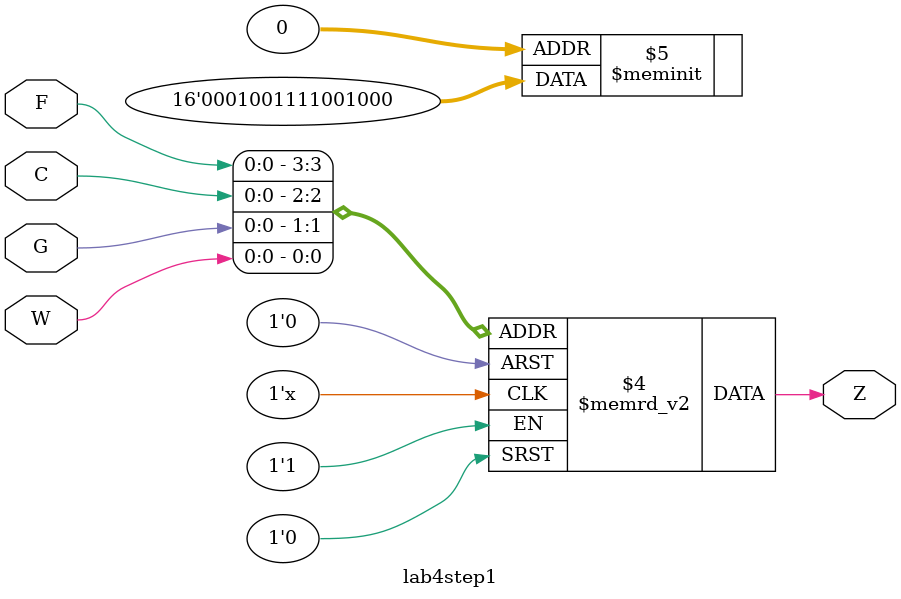
<source format=v>
module lab4step1(Z,F,C,G,W);
	input F, C, G, W;
	output Z;
	reg Z;
	
	always @(F or C or G or W)
	begin 
		case ({F,C,G,W})
		
		
				4'b0000: Z='b0;
				4'b0001: Z='b0;
				4'b0010: Z='b0;
				4'b0011: Z='b1;
				4'b0100: Z='b0;
				4'b0101: Z='b0;
				4'b0110: Z='b1;
				4'b0111: Z='b1;
				4'b1000: Z='b1;
				4'b1001: Z='b1;
				4'b1010: Z='b0;
				4'b1011: Z='b0;
				4'b1100: Z='b1;
				4'b1101: Z='b0;
				4'b1110: Z='b0;
				4'b1111: Z='b0;
		endcase
	end
	
endmodule
		
</source>
